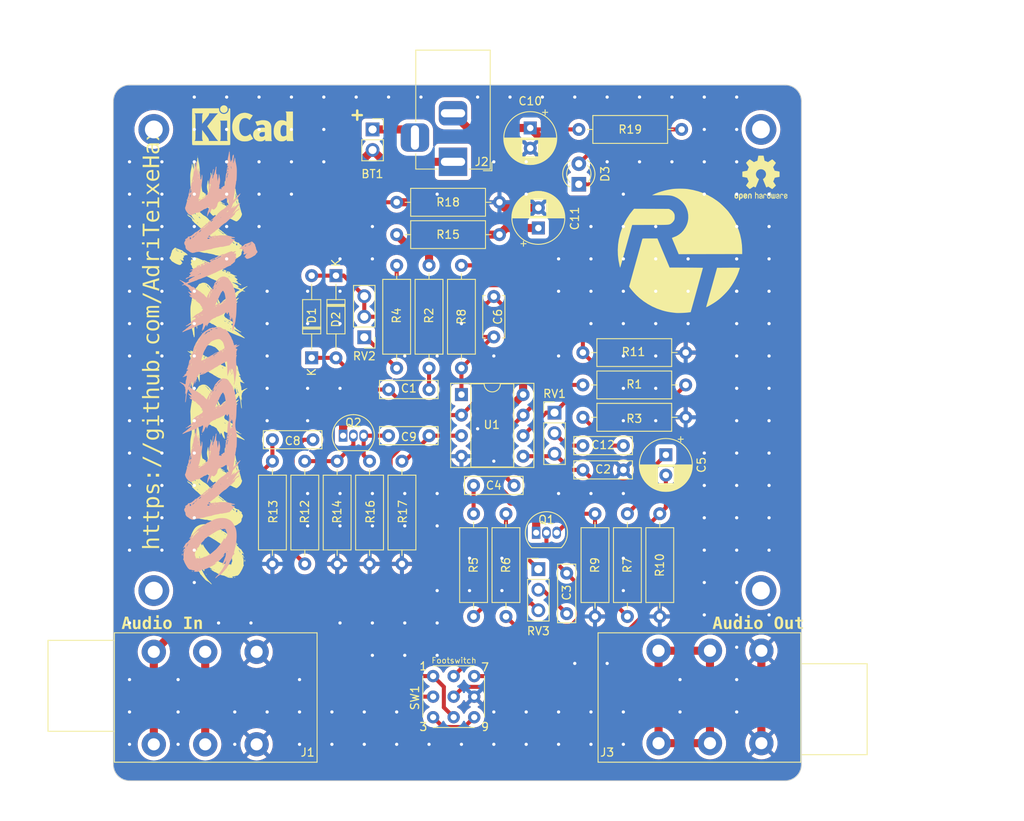
<source format=kicad_pcb>
(kicad_pcb (version 20221018) (generator pcbnew)
  (layers (0 "F.Cu" signal) (31 "B.Cu" signal) (34 "B.Paste" user) (35 "F.Paste" user) (36 "B.SilkS" user "B.Silkscreen") (37 "F.SilkS" user "F.Silkscreen") (38 "B.Mask" user) (39 "F.Mask" user) (44 "Edge.Cuts" user))
  (net 0 "")
  (net 1 "+9V")
  (net 2 "Net-(BT1--)")
  (net 3 "Net-(D1-K)")
  (net 4 "Net-(C1-Pad2)")
  (net 5 "Net-(U1B-+)")
  (net 6 "GND")
  (net 7 "Net-(C3-Pad1)")
  (net 8 "Net-(Q1-B)")
  (net 9 "Net-(C4-Pad1)")
  (net 10 "Net-(C4-Pad2)")
  (net 11 "Net-(C5-Pad1)")
  (net 12 "Net-(C5-Pad2)")
  (net 13 "Net-(D1-A)")
  (net 14 "Net-(C8-Pad1)")
  (net 15 "Net-(C8-Pad2)")
  (net 16 "Net-(Q2-E)")
  (net 17 "Net-(U1A-+)")
  (net 18 "Net-(C12-Pad1)")
  (net 19 "Net-(C12-Pad2)")
  (net 20 "Net-(D3-K)")
  (net 21 "Net-(D3-A)")
  (net 22 "Net-(J3-PadR)")
  (net 23 "Net-(Q1-E)")
  (net 24 "Net-(Q2-B)")
  (net 25 "Net-(U1B--)")
  (net 26 "Net-(R4-Pad2)")
  (net 27 "Net-(R5-Pad2)")
  (net 28 "Net-(SW1-Pad3)")
  (net 29 "+4V")
  (net 30 "Net-(BT1-+)")
  (net 31 "Net-(J1-PadR)")
  (footprint "Symbol:OSHW-Logo2_7.3x6mm_SilkScreen" (layer "F.Cu") (at 169 79)
    (fp_text reference "REF**" hide)
    (fp_text value "OSHW-Logo2_7.3x6mm_SilkScreen" hide)
  )
  (footprint "Capacitor_THT:C_Rect_L7.0mm_W2.0mm_P5.00mm" (layer "F.Cu") (at 123 105.15)
    (fp_text reference "C1")
    (fp_text value "47n film")
  )
  (footprint "MountingHole:MountingHole_2.2mm_M2_DIN965_Pad" (layer "F.Cu") (at 94 130)
    (fp_text reference "J6" hide)
    (fp_text value "M2")
  )
  (footprint "Symbol:KiCad-Logo_5mm_SilkScreen" (layer "F.Cu") (at 105 73)
    (fp_text reference "REF**" hide)
    (fp_text value "KiCad-Logo_5mm_SilkScreen" hide)
  )
  (footprint "Resistor_THT:R_Axial_DIN0309_L9.0mm_D3.2mm_P12.70mm_Horizontal" (layer "F.Cu") (at 159.2 73 180)
    (fp_text reference "R19")
    (fp_text value "4k7")
  )
  (footprint "Capacitor_THT:C_Rect_L7.0mm_W2.0mm_P5.00mm" (layer "F.Cu") (at 145 132.85 90)
    (fp_text reference "C3")
    (fp_text value "100n film")
  )
  (footprint "Capacitor_THT:C_Rect_L7.0mm_W2.0mm_P5.00mm" (layer "F.Cu") (at 123 110.85)
    (fp_text reference "C9")
    (fp_text value "1u film")
  )
  (footprint "Connector_BarrelJack:BarrelJack_Horizontal" (layer "F.Cu") (at 130.9575 77 -90)
    (fp_text reference "J2")
    (fp_text value "Barrel_Jack_Switch")
  )
  (footprint "Connector_PinHeader_2.54mm:PinHeader_1x03_P2.54mm_Vertical" (layer "F.Cu") (at 143.5 108)
    (fp_text reference "RV1")
    (fp_text value "B25k")
  )
  (footprint "Capacitor_THT:C_Rect_L7.0mm_W2.0mm_P5.00mm" (layer "F.Cu") (at 108.65 111.35)
    (fp_text reference "C8")
    (fp_text value "220n film")
  )
  (footprint "Capacitor_THT:CP_Radial_D6.3mm_P2.50mm" (layer "F.Cu") (at 141.5 85.182379 90)
    (fp_text reference "C11")
    (fp_text value "47u")
  )
  (footprint "Connector_PinHeader_2.54mm:PinHeader_1x03_P2.54mm_Vertical" (layer "F.Cu") (at 141.5 127.35)
    (fp_text reference "RV3")
    (fp_text value "B100k")
  )
  (footprint "LOGO" (layer "F.Cu") (at 159 88)
    (fp_text reference "G***" hide)
    (fp_text value "LOGO" hide)
  )
  (footprint "Switches:Footswitch" (layer "F.Cu") (at 128.5 140.57)
    (fp_text reference "SW1")
    (fp_text value "Footswitch")
  )
  (footprint "Resistor_THT:R_Axial_DIN0309_L9.0mm_D3.2mm_P12.70mm_Horizontal" (layer "F.Cu") (at 132 102.5 90)
    (fp_text reference "R8")
    (fp_text value "1k")
  )
  (footprint "Capacitor_THT:C_Rect_L7.0mm_W2.0mm_P5.00mm" (layer "F.Cu") (at 147 115.08)
    (fp_text reference "C2")
    (fp_text value "220n film")
  )
  (footprint "LOGO" (layer "F.Cu") (at 104 103 90)
    (fp_text reference "G***" hide)
    (fp_text value "LOGO" hide)
  )
  (footprint "Package_TO_SOT_THT:TO-92_Inline" (layer "F.Cu") (at 117.38 110.85)
    (fp_text reference "Q2")
    (fp_text value "2N2222")
  )
  (footprint "LED_THT:LED_D3.0mm" (layer "F.Cu") (at 146.5 79.775 90)
    (fp_text reference "D3")
    (fp_text value "RED")
  )
  (footprint "Resistor_THT:R_Axial_DIN0309_L9.0mm_D3.2mm_P12.70mm_Horizontal" (layer "F.Cu") (at 152.5 133.2 90)
    (fp_text reference "R7")
    (fp_text value "100R")
  )
  (footprint "Resistor_THT:R_Axial_DIN0309_L9.0mm_D3.2mm_P12.70mm_Horizontal" (layer "F.Cu") (at 147 100.58)
    (fp_text reference "R11")
    (fp_text value "10k")
  )
  (footprint "Resistor_THT:R_Axial_DIN0309_L9.0mm_D3.2mm_P12.70mm_Horizontal" (layer "F.Cu") (at 137.5 133.2 90)
    (fp_text reference "R6")
    (fp_text value "510k")
  )
  (footprint "Capacitor_THT:CP_Radial_D6.3mm_P2.50mm" (layer "F.Cu") (at 157.25 113.217621 -90)
    (fp_text reference "C5")
    (fp_text value "10u")
  )
  (footprint "Connector_Audio:Jack_6.35mm_Neutrik_NRJ6HM-1-AU_Horizontal" (layer "F.Cu") (at 106.7 149 180)
    (fp_text reference "J1")
    (fp_text value "Stereo In")
  )
  (footprint "Capacitor_THT:C_Disc_D5.0mm_W2.5mm_P5.00mm" (layer "F.Cu") (at 136 93.65 -90)
    (fp_text reference "C6")
    (fp_text value "47p ceramic")
  )
  (footprint "MountingHole:MountingHole_2.2mm_M2_DIN965_Pad" (layer "F.Cu") (at 94 73)
    (fp_text reference "J4" hide)
    (fp_text value "M2")
  )
  (footprint "Resistor_THT:R_Axial_DIN0309_L9.0mm_D3.2mm_P12.70mm_Horizontal" (layer "F.Cu") (at 159.7 104.58 180)
    (fp_text reference "R1")
    (fp_text value "1k")
  )
  (footprint "Resistor_THT:R_Axial_DIN0309_L9.0mm_D3.2mm_P12.70mm_Horizontal" (layer "F.Cu") (at 116.65 114 -90)
    (fp_text reference "R14")
    (fp_text value "510k")
  )
  (footprint "Capacitor_THT:C_Rect_L7.0mm_W2.0mm_P5.00mm" (layer "F.Cu") (at 138.5 117 180)
    (fp_text reference "C4")
    (fp_text value "1u film")
  )
  (footprint "Diode_THT:D_DO-35_SOD27_P10.16mm_Horizontal" (layer "F.Cu") (at 116.5 91.07 -90)
    (fp_text reference "D2")
    (fp_text value "1N4148")
  )
  (footprint "Connector_PinSocket_2.54mm:PinSocket_1x02_P2.54mm_Vertical" (layer "F.Cu") (at 121.025 73)
    (fp_text reference "BT1")
    (fp_text value "9V")
  )
  (footprint "Resistor_THT:R_Axial_DIN0309_L9.0mm_D3.2mm_P12.70mm_Horizontal" (layer "F.Cu") (at 133.5 120.5 -90)
    (fp_text reference "R5")
    (fp_text value "1k")
  )
  (footprint "Resistor_THT:R_Axial_DIN0309_L9.0mm_D3.2mm_P12.70mm_Horizontal" (layer "F.Cu") (at 112.65 126.7 90)
    (fp_text reference "R12")
    (fp_text value "1k")
  )
  (footprint "Resistor_THT:R_Axial_DIN0309_L9.0mm_D3.2mm_P12.70mm_Horizontal" (layer "F.Cu") (at 156.5 120.5 -90)
    (fp_text reference "R10")
    (fp_text value "10k")
  )
  (footprint "Package_TO_SOT_THT:TO-92_Inline" (layer "F.Cu") (at 141.23 122.85)
    (fp_text reference "Q1")
    (fp_text value "2N2222")
  )
  (footprint "Resistor_THT:R_Axial_DIN0309_L9.0mm_D3.2mm_P12.70mm_Horizontal" (layer "F.Cu") (at 124.65 114 -90)
    (fp_text reference "R17")
    (fp_text value "10k")
  )
  (footprint "Resistor_THT:R_Axial_DIN0309_L9.0mm_D3.2mm_P12.70mm_Horizontal" (layer "F.Cu") (at 124 86)
    (fp_text reference "R15")
    (fp_text value "10k")
  )
  (footprint "Resistor_THT:R_Axial_DIN0309_L9.0mm_D3.2mm_P12.70mm_Horizontal" (layer "F.Cu") (at 108.65 114 -90)
    (fp_text reference "R13")
    (fp_text value "510k")
  )
  (footprint "Capacitor_THT:C_Rect_L7.0mm_W2.0mm_P5.00mm" (layer "F.Cu") (at 147 112.08)
    (fp_text reference "C12")
    (fp_text value "220n film")
  )
  (footprint "Resistor_THT:R_Axial_DIN0309_L9.0mm_D3.2mm_P12.70mm_Horizontal" (layer "F.Cu") (at 147 108.58)
    (fp_text reference "R3")
    (fp_text value "220R")
  )
  (footprint "Resistor_THT:R_Axial_DIN0309_L9.0mm_D3.2mm_P12.70mm_Horizontal" (layer "F.Cu") (at 124 82)
    (fp_text reference "R18")
    (fp_text value "10k")
  )
  (footprint "Resistor_THT:R_Axial_DIN0309_L9.0mm_D3.2mm_P12.70mm_Horizontal" (layer "F.Cu") (at 148.5 120.5 -90)
    (fp_text reference "R9")
    (fp_text value "10k")
  )
  (footprint "Resistor_THT:R_Axial_DIN0309_L9.0mm_D3.2mm_P12.70mm_Horizontal" (layer "F.Cu") (at 128 102.5 90)
    (fp_text reference "R2")
    (fp_text value "4k7")
  )
  (footprint "Capacitor_THT:CP_Radial_D6.3mm_P2.50mm" (layer "F.Cu") (at 140.5 72.817621 -90)
    (fp_text reference "C10")
    (fp_text value "100u")
  )
  (footprint "Resistor_THT:R_Axial_DIN0309_L9.0mm_D3.2mm_P12.70mm_Horizontal" (layer "F.Cu") (at 124 89.8 -90)
    (fp_text reference "R4")
    (fp_text value "51k")
  )
  (footprint "Diode_THT:D_DO-35_SOD27_P10.16mm_Horizontal" (layer "F.Cu") (at 113.5 101.23 90)
    (fp_text reference "D1")
    (fp_text value "1N4148")
  )
  (footprint "Connector_PinHeader_2.54mm:PinHeader_1x03_P2.54mm_Vertical" (layer "F.Cu") (at 120 98.69 180)
    (fp_text reference "RV2")
    (fp_text value "A500k")
  )
  (footprint "MountingHole:MountingHole_2.2mm_M2_DIN965_Pad" (layer "F.Cu") (at 169 73)
    (fp_text reference "J5" hide)
    (fp_text value "M2")
  )
  (footprint "Package_DIP:DIP-8_W7.62mm_Socket" (layer "F.Cu") (at 132 105.77)
    (fp_text reference "U1")
    (fp_text value "RC4558")
  )
  (footprint "MountingHole:MountingHole_2.2mm_M2_DIN965_Pad" (layer "F.Cu") (at 169 130)
    (fp_text reference "J7" hide)
    (fp_text value "M2")
  )
  (footprint "Resistor_THT:R_Axial_DIN0309_L9.0mm_D3.2mm_P12.70mm_Horizontal" (layer "F.Cu") (at 120.65 114 -90)
    (fp_text reference "R16")
    (fp_text value "10k")
  )
  (footprint "Connector_Audio:Jack_6.35mm_Neutrik_NRJ6HM-1-AU_Horizontal" (layer "F.Cu") (at 156.35 137.43)
    (fp_text reference "J3")
    (fp_text value "Mono Out")
  )
  (footprint "LOGO" (layer "B.Cu") (at 98.751878 102.243121 90)
    (fp_text reference "G***" hide)
    (fp_text value "LOGO" hide)
  )
  (gr_arc (start 91 153.5) (mid 89.585786 152.914214) (end 89 151.5) (stroke (width 0.1)) (layer "Edge.Cuts"))
  (gr_arc (start 172 67.5) (mid 173.414214 68.085786) (end 174 69.5) (stroke (width 0.1)) (layer "Edge.Cuts"))
  (gr_line (start 89 151.5) (end 89 69.5) (stroke (width 0.1)) (layer "Edge.Cuts"))
  (gr_arc (start 174 151.5) (mid 173.414214 152.914214) (end 172 153.5) (stroke (width 0.1)) (layer "Edge.Cuts"))
  (gr_arc (start 89 69.5) (mid 89.585786 68.085786) (end 91 67.5) (stroke (width 0.1)) (layer "Edge.Cuts"))
  (gr_line (start 91 67.5) (end 172 67.5) (stroke (width 0.1)) (layer "Edge.Cuts"))
  (gr_line (start 174 69.5) (end 174 151.5) (stroke (width 0.1)) (layer "Edge.Cuts"))
  (gr_line (start 172 153.5) (end 91 153.5) (stroke (width 0.1)) (layer "Edge.Cuts"))
  (gr_text "Audio Out" (at 163 135) (layer "F.SilkS") (effects (font (size 1.5 1.5) (thickness 0.3) bold) (justify left bottom)))
  (gr_text "+" (at 118 72) (layer "F.SilkS") (effects (font (size 1.5 1.5) (thickness 0.3) bold) (justify left bottom)))
  (gr_text "https://github.com/AdriTeixeHax" (at 95 125 90) (layer "F.SilkS") (effects (font (size 2 2)) (justify left bottom)))
  (gr_text "Audio In" (at 90 135) (layer "F.SilkS") (effects (font (size 1.5 1.5) (thickness 0.3) bold) (justify left bottom)))
  (segment (start 137.5 92) (end 139.62 94.12) (width 1) (layer "F.Cu") (net 1))
  (segment (start 143.5 75.817621) (end 140.5 72.817621) (width 1) (layer "F.Cu") (net 1))
  (segment (start 126 90.5) (end 126 88) (width 1) (layer "F.Cu") (net 1))
  (segment (start 130 92) (end 130 89) (width 1) (layer "F.Cu") (net 1))
  (segment (start 132 116) (end 133.560661 114.43934) (width 1) (layer "F.Cu") (net 1))
  (segment (start 123 115) (end 123 113.5) (width 1) (layer "F.Cu") (net 1))
  (segment (start 135.5 112.5) (end 135.5 108) (width 1) (layer "F.Cu") (net 1))
  (segment (start 141.23 120.23) (end 141.23 122.85) (width 1) (layer "F.Cu") (net 1))
  (segment (start 135.5 108) (end 136.69 106.81) (width 1) (layer "F.Cu") (net 1))
  (segment (start 131 92) (end 127.5 92) (width 1) (layer "F.Cu") (net 1))
  (segment (start 140.682379 73) (end 140.5 72.817621) (width 0.5) (layer "F.Cu") (net 1))
  (segment (start 146.5 73) (end 140.682379 73) (width 0.5) (layer "F.Cu") (net 1))
  (segment (start 130 89) (end 131 88) (width 1) (layer "F.Cu") (net 1))
  (segment (start 133.560661 114.43934) (end 138.121321 119) (width 1) (layer "F.Cu") (net 1))
  (segment (start 126 88) (end 124 86) (width 1) (layer "F.Cu") (net 1))
  (segment (start 117.38 109.62) (end 117.38 110.85) (width 1) (layer "F.Cu") (net 1))
  (segment (start 138.121321 119) (end 140 119) (width 1) (layer "F.Cu") (net 1))
  (segment (start 124 108.5) (end 118.5 108.5) (width 1) (layer "F.Cu") (net 1))
  (segment (start 138.58 106.81) (end 139.62 105.77) (width 1) (layer "F.Cu") (net 1))
  (segment (start 125 111.5) (end 125 109.5) (width 1) (layer "F.Cu") (net 1))
  (segment (start 139.62 94.12) (end 139.62 105.77) (width 1) (layer "F.Cu") (net 1))
  (segment (start 131 92) (end 137.5 92) (width 1) (layer "F.Cu") (net 1))
  (segment (start 133.756563 72.817621) (end 132.775121 72.817621) (width 1) (layer "F.Cu") (net 1))
  (segment (start 133.756563 72.817621) (end 140.5 72.817621) (width 1) (layer "F.Cu") (net 1))
  (segment (start 125 109.5) (end 124 108.5) (width 1) (layer "F.Cu") (net 1))
  (segment (start 140 119) (end 141.23 120.23) (width 1) (layer "F.Cu") (net 1))
  (segment (start 132 116) (end 124 116) (width 1) (layer "F.Cu") (net 1))
  (segment (start 124 116) (end 123 115) (width 1) (layer "F.Cu") (net 1))
  (segment (start 133 115) (end 135.5 112.5) (width 1) (layer "F.Cu") (net 1))
  (segment (start 132.775121 72.817621) (end 130.9575 71) (width 1) (layer "F.Cu") (net 1))
  (segment (start 143.5 87) (end 143.5 75.817621) (width 1) (layer "F.Cu") (net 1))
  (segment (start 131 92) (end 130 92) (width 1) (layer "F.Cu") (net 1))
  (segment (start 131 88) (end 142.5 88) (width 1) (layer "F.Cu") (net 1))
  (segment (start 118.5 108.5) (end 117.38 109.62) (width 1) (layer "F.Cu") (net 1))
  (segment (start 133 115) (end 132 116) (width 1) (layer "F.Cu") (net 1))
  (segment (start 123 113.5) (end 125 111.5) (width 1) (layer "F.Cu") (net 1))
  (segment (start 136.69 106.81) (end 138.58 106.81) (width 1) (layer "F.Cu") (net 1))
  (segment (start 127.5 92) (end 126 90.5) (width 1) (layer "F.Cu") (net 1))
  (segment (start 142.5 88) (end 143.5 87) (width 1) (layer "F.Cu") (net 1))
  (segment (start 94 149) (end 94 137.57) (width 1) (layer "F.Cu") (net 2))
  (segment (start 104 92.565) (end 121.025 75.54) (width 1) (layer "F.Cu") (net 2))
  (segment (start 94 137.57) (end 104 127.57) (width 1) (layer "F.Cu") (net 2))
  (segment (start 104 127.57) (end 104 92.565) (width 1) (layer "F.Cu") (net 2))
  (segment (start 122.485 77) (end 121.025 75.54) (width 1) (layer "F.Cu") (net 2))
  (segment (start 130.9575 77) (end 122.485 77) (width 1) (layer "F.Cu") (net 2))
  (segment (start 135.15 94.5) (end 126 94.5) (width 0.5) (layer "F.Cu") (net 3))
  (segment (start 136 93.65) (end 135.15 94.5) (width 0.5) (layer "F.Cu") (net 3))
  (segment (start 137.5 95.15) (end 137.5 102.81) (width 0.5) (layer "F.Cu") (net 3))
  (segment (start 120.42 105.15) (end 116.5 101.23) (width 0.5) (layer "F.Cu") (net 3))
  (segment (start 132 108.31) (end 126.16 108.31) (width 0.5) (layer "F.Cu") (net 3))
  (segment (start 126 94.5) (end 124 92.5) (width 0.5) (layer "F.Cu") (net 3))
  (segment (start 116.5 101.23) (end 113.5 101.23) (width 0.5) (layer "F.Cu") (net 3))
  (segment (start 137.5 102.81) (end 132 108.31) (width 0.5) (layer "F.Cu") (net 3))
  (segment (start 124 92.5) (end 124 89.8) (width 0.5) (layer "F.Cu") (net 3))
  (segment (start 123 105.15) (end 120.42 105.15) (width 0.5) (layer "F.Cu") (net 3))
  (segment (start 126.16 108.31) (end 123 105.15) (width 0.5) (layer "F.Cu") (net 3))
  (segment (start 136 93.65) (end 137.5 95.15) (width 0.5) (layer "F.Cu") (net 3))
  (segment (start 128 102.5) (end 128 105.15) (width 0.5) (layer "F.Cu") (net 4))
  (segment (start 139.62 113.39) (end 143.19 113.39) (width 0.5) (layer "F.Cu") (net 5))
  (segment (start 161.5 104) (end 160 102.5) (width 0.5) (layer "F.Cu") (net 5))
  (segment (start 147 115.08) (end 145.5 115.08) (width 0.5) (layer "F.Cu") (net 5))
  (segment (start 143.19 113.39) (end 143.5 113.08) (width 0.5) (layer "F.Cu") (net 5))
  (segment (start 148.42 116.5) (end 154 116.5) (width 0.5) (layer "F.Cu") (net 5))
  (segment (start 160 102.5) (end 148.92 102.5) (width 0.5) (layer "F.Cu") (net 5))
  (segment (start 154.75 115.75) (end 154.75 112.4) (width 0.5) (layer "F.Cu") (net 5))
  (segment (start 147 115.08) (end 148.42 116.5) (width 0.5) (layer "F.Cu") (net 5))
  (segment (start 161.5 109.15) (end 161.5 104) (width 0.5) (layer "F.Cu") (net 5))
  (segment (start 145.5 115.08) (end 143.5 113.08) (width 0.5) (layer "F.Cu") (net 5))
  (segment (start 147 98.5) (end 138.3 89.8) (width 0.5) (layer "F.Cu") (net 5))
  (segment (start 155.75 111.4) (end 159.25 111.4) (width 0.5) (layer "F.Cu") (net 5))
  (segment (start 138.3 89.8) (end 132 89.8) (width 0.5) (layer "F.Cu") (net 5))
  (segment (start 159.25 111.4) (end 161.5 109.15) (width 0.5) (layer "F.Cu") (net 5))
  (segment (start 154.75 112.4) (end 155.75 111.4) (width 0.5) (layer "F.Cu") (net 5))
  (segment (start 147 100.58) (end 147 98.5) (width 0.5) (layer "F.Cu") (net 5))
  (segment (start 154 116.5) (end 154.75 115.75) (width 0.5) (layer "F.Cu") (net 5))
  (segment (start 148.92 102.5) (end 147 100.58) (width 0.5) (layer "F.Cu") (net 5))
  (segment (start 169.05 137.43) (end 169.05 148.86) (width 1) (layer "F.Cu") (net 6))
  (segment (start 137.382379 82.682379) (end 136.7 82) (width 1) (layer "F.Cu") (net 6))
  (segment (start 141.5 82.682379) (end 137.382379 82.682379) (width 1) (layer "F.Cu") (net 6))
  (via (at 103 89) (size 0.8) (drill 0.4) (layers "F.Cu" "B.Cu") (net 6))
  (via (at 166 121) (size 0.8) (drill 0.4) (layers "F.Cu" "B.Cu") (net 6))
  (via (at 99 89) (size 0.8) (drill 0.4) (layers "F.Cu" "B.Cu") (net 6))
  (via (at 97 141) (size 0.8) (drill 0.4) (layers "F.Cu" "B.Cu") (net 6))
  (via (at 103 73) (size 0.8) (drill 0.4) (layers "F.Cu" "B.Cu") (net 6))
  (via (at 136 114) (size 0.8) (drill 0.4) (layers "F.Cu" "B.Cu") (net 6))
  (via (at 111 69) (size 0.8) (drill 0.4) (layers "F.Cu" "B.Cu") (net 6))
  (via (at 152 105) (size 0.8) (drill 0.4) (layers "F.Cu" "B.Cu") (net 6))
  (via (at 95 121) (size 0.8) (drill 0.4) (layers "F.Cu" "B.Cu") (net 6))
  (via (at 170 85) (size 0.8) (drill 0.4) (layers "F.Cu" "B.Cu") (net 6))
  (via (at 99 129) (size 0.8) (drill 0.4) (layers "F.Cu" "B.Cu") (net 6))
  (via (at 170 133) (size 0.8) (drill 0.4) (layers "F.Cu" "B.Cu") (net 6))
  (via (at 148 89) (size 0.8) (drill 0.4) (layers "F.Cu" "B.Cu") (net 6))
  (via (at 117 93) (size 0.8) (drill 0.4) (layers "F.Cu" "B.Cu") (net 6))
  (via (at 91 89) (size 0.8) (drill 0.4) (layers "F.Cu" "B.Cu") (net 6))
  (via (at 137 126) (size 0.8) (drill 0.4) (layers "F.Cu" "B.Cu") (net 6))
  (via (at 107 77) (size 0.8) (drill 0.4) (layers "F.Cu" "B.Cu") (net 6))
  (via (at 111 73) (size 0.8) (drill 0.4) (layers "F.Cu" "B.Cu") (net 6))
  (via (at 113 109) (size 0.8) (drill 0.4) (layers "F.Cu" "B.Cu") (net 6))
  (via (at 170 81) (size 0.8) (drill 0.4) (layers "F.Cu" "B.Cu") (net 6))
  (via (at 99 93) (size 0.8) (drill 0.4) (layers "F.Cu" "B.Cu") (net 6))
  (via (at 121 89) (size 0.8) (drill 0.4) (layers "F.Cu" "B.Cu") (net 6))
  (via (at 156 105) (size 0.8) (drill 0.4) (layers "F.Cu" "B.Cu") (net 6))
  (via (at 166 141) (size 0.8) (drill 0.4) (layers "F.Cu" "B.Cu") (net 6))
  (via (at 91 97) (size 0.8) (drill 0.4) (layers "F.Cu" "B.Cu") (net 6))
  (via (at 129 118) (size 0.8) (drill 0.4) (layers "F.Cu" "B.Cu") (net 6))
  (via (at 156 93) (size 0.8) (drill 0.4) (layers "F.Cu" "B.Cu") (net 6))
  (via (at 103 81) (size 0.8) (drill 0.4) (layers "F.Cu" "B.Cu") (net 6))
  (via (at 146 69) (size 0.8) (drill 0.4) (layers "F.Cu" "B.Cu") (net 6))
  (via (at 166 101) (size 0.8) (drill 0.4) (layers "F.Cu" "B.Cu") (net 6))
  (via (at 162 77) (size 0.8) (drill 0.4) (layers "F.Cu" "B.Cu") (net 6))
  (via (at 158 77) (size 0.8) (drill 0.4) (layers "F.Cu" "B.Cu") (net 6))
  (via (at 132 149) (size 0.8) (drill 0.4) (layers "F.Cu" "B.Cu") (net 6))
  (via (at 95 93) (size 0.8) (drill 0.4) (layers "F.Cu" "B.Cu") (net 6))
  (via (at 97 145) (size 0.8) (drill 0.4) (layers "F.Cu" "B.Cu") (net 6))
  (via (at 136 145) (size 0.8) (drill 0.4) (layers "F.Cu" "B.Cu") (net 6))
  (via (at 166 133) (size 0.8) (drill 0.4) (layers "F.Cu" "B.Cu") (net 6))
  (via (at 140 77) (size 0.8) (drill 0.4) (layers "F.Cu" "B.Cu") (net 6))
  (via (at 152 109) (size 0.8) (drill 0.4) (layers "F.Cu" "B.Cu") (net 6))
  (via (at 112 145) (size 0.8) (drill 0.4) (layers "F.Cu" "B.Cu") (net 6))
  (via (at 166 73) (size 0.8) (drill 0.4) (layers "F.Cu" "B.Cu") (net 6))
  (via (at 152 101) (size 0.8) (drill 0.4) (layers "F.Cu" "B.Cu") (net 6))
  (via (at 111 77) (size 0.8) (drill 0.4) (layers "F.Cu" "B.Cu") (net 6))
  (via (at 160 97) (size 0.8) (drill 0.4) (layers "F.Cu" "B.Cu") (net 6))
  (via (at 152 85) (size 0.8) (drill 0.4) (layers "F.Cu" "B.Cu") (net 6))
  (via (at 99 109) (size 0.8) (drill 0.4) (layers "F.Cu" "B.Cu") (net 6))
  (via (at 121 134) (size 0.8) (drill 0.4) (layers "F.Cu" "B.Cu") (net 6))
  (via (at 162 125) (size 0.8) (drill 0.4) (layers "F.Cu" "B.Cu") (net 6))
  (via (at 95 97) (size 0.8) (drill 0.4) (layers "F.Cu" "B.Cu") (net 6))
  (via (at 115 77) (size 0.8) (drill 0.4) (layers "F.Cu" "B.Cu") (net 6))
  (via (at 152 126) (size 0.8) (drill 0.4) (layers "F.Cu" "B.Cu") (net 6))
  (via (at 150 139) (size 0.8) (drill 0.4) (layers "F.Cu" "B.Cu") (net 6))
  (via (at 91 117) (size 0.8) (drill 0.4) (layers "F.Cu" "B.Cu") (net 6))
  (via (at 107 81) (size 0.8) (drill 0.4) (layers "F.Cu" "B.Cu") (net 6))
  (via (at 170 117) (size 0.8) (drill 0.4) (layers "F.Cu" "B.Cu") (net 6))
  (via (at 104 149) (size 0.8) (drill 0.4) (layers "F.Cu" "B.Cu") (net 6))
  (via (at 91 125) (size 0.8) (drill 0.4) (layers "F.Cu" "B.Cu") (net 6))
  (via (at 133 130) (size 0.8) (drill 0.4) (layers "F.Cu" "B.Cu") (net 6))
  (via (at 91 121) (size 0.8) (drill 0.4) (layers "F.Cu" "B.Cu") (net 6))
  (via (at 113 93) (size 0.8) (drill 0.4) (layers "F.Cu" "B.Cu") (net 6))
  (via (at 125 118) (size 0.8) (drill 0.4) (layers "F.Cu" "B.Cu") (net 6))
  (via (at 129 122) (size 0.8) (drill 0.4) (layers "F.Cu" "B.Cu") (net 6))
  (via (at 102 134) (size 0.8) (drill 0.4) (layers "F.Cu" "B.Cu") (net 6))
  (via (at 127 69) (size 0.8) (drill 0.4) (layers "F.Cu" "B.Cu") (net 6))
  (via (at 121 138) (size 0.8) (drill 0.4) (layers "F.Cu" "B.Cu") (net 6))
  (via (at 162 121) (size 0.8) (drill 0.4) (layers "F.Cu" "B.Cu") (net 6))
  (via (at 95 113) (size 0.8) (drill 0.4) (layers "F.Cu" "B.Cu") (net 6))
  (via (at 152 93) (size 0.8) (drill 0.4) (layers "F.Cu" "B.Cu") (net 6))
  (via (at 150 69) (size 0.8) (drill 0.4) (layers "F.Cu" "B.Cu") (net 6))
  (via (at 95 125) (size 0.8) (drill 0.4) (layers "F.Cu" "B.Cu") (net 6))
  (via (at 115 69) (size 0.8) (drill 0.4) (layers "F.Cu" "B.Cu") (net 6))
  (via (at 166 105) (size 0.8) (drill 0.4) (layers "F.Cu" "B.Cu") (net 6))
  (via (at 97 149) (size 0.8) (drill 0.4) (layers "F.Cu" "B.Cu") (net 6))
  (via (at 99 113) (size 0.8) (drill 0.4) (layers "F.Cu" "B.Cu") (net 6))
  (via (at 111 81) (size 0.8) (drill 0.4) (layers "F.Cu" "B.Cu") (net 6))
  (via (at 91 145) (size 0.8) (drill 0.4) (layers "F.Cu" "B.Cu") (net 6))
  (via (at 117 134) (size 0.8) (drill 0.4) (layers "F.Cu" "B.Cu") (net 6))
  (via (at 91 77) (size 0.8) (drill 0.4) (layers "F.Cu" "B.Cu") (net 6))
  (via (at 95 81) (size 0.8) (drill 0.4) (layers "F.Cu" "B.Cu") (net 6))
  (via (at 108 97) (size 0.8) (drill 0.4) (layers "F.Cu" "B.Cu") (net 6))
  (via (at 160 93) (size 0.8) (drill 0.4) (layers "F.Cu" "B.Cu") (net 6))
  (via (at 95 105) (size 0.8) (drill 0.4) (layers "F.Cu" "B.Cu") (net 6))
  (via (at 159 145) (size 0.8) (drill 0.4) (layers "F.Cu" "B.Cu") (net 6))
  (via (at 104 145) (size 0.8) (drill 0.4) (layers "F.Cu" "B.Cu") (net 6))
  (via (at 120 145) (size 0.8) (drill 0.4) (layers "F.Cu" "B.Cu") (net 6))
  (via (at 99 117) (size 0.8) (drill 0.4) (layers "F.Cu" "B.Cu") (net 6))
  (via (at 152 130) (size 0.8) (drill 0.4) (layers "F.Cu" "B.Cu") (net 6))
  (via (at 125 101) (size 0.8) (drill 0.4) (layers "F.Cu" "B.Cu") (net 6))
  (via (at 166 89) (size 0.8) (drill 0.4) (layers "F.Cu" "B.Cu") (net 6))
  (via (at 129 130) (size 0.8) (drill 0.4) (layers "F.Cu" "B.Cu") (net 6))
  (via (at 154 69) (size 0.8) (drill 0.4) (layers "F.Cu" "B.Cu") (net 6))
  (via (at 99 81) (size 0.8) (drill 0.4) (layers "F.Cu" "B.Cu") (net 6))
  (via (at 148 97) (size 0.8) (drill 0.4) (layers "F.Cu" "B.Cu") (net 6))
  (via (at 162 73) (size 0.8) (drill 0.4) (layers "F.Cu" "B.Cu") (net 6))
  (via (at 156 89) (size 0.8) (drill 0.4) (layers "F.Cu" "B.Cu") (net 6))
  (via (at 142 69) (size 0.8) (drill 0.4) (layers "F.Cu" "B.Cu") (net 6))
  (via (at 144 101) (size 0.8) (drill 0.4) (layers "F.Cu" "B.Cu") (net 6))
  (via (at 170 97) (size 0.8) (drill 0.4) (layers "F.Cu" "B.Cu") (net 6))
  (via (at 170 101) (size 0.8) (drill 0.4) (layers "F.Cu" "B.Cu") (net 6))
  (via (at 158 69) (size 0.8) (drill 0.4) (layers "F.Cu" "B.Cu") (net 6))
  (via (at 103 85) (size 0.8) (drill 0.4) (layers "F.Cu" "B.Cu") (net 6))
  (via (at 108 105) (size 0.8) (drill 0.4) (layers "F.Cu" "B.Cu") (net 6))
  (via (at 112 141) (size 0.8) (drill 0.4) (layers "F.Cu" "B.Cu") (net 6))
  (via (at 166 137) (size 0.8) (drill 0.4) (layers "F.Cu" "B.Cu") (net 6))
  (via (at 170 93) (size 0.8) (drill 0.4) (layers "F.Cu" "B.Cu") (net 6))
  (via (at 152 89) (size 0.8) (drill 0.4) (layers "F.Cu" "B.Cu") (net 6))
  (via (at 95 77) (size 0.8) (drill 0.4) (layers "F.Cu" "B.Cu") (net 6))
  (via (at 148 85) (size 0.8) (drill 0.4) (layers "F.Cu" "B.Cu") (net 6))
  (via (at 107 73) (size 0.8) (drill 0.4) (layers "F.Cu" "B.Cu") (net 6))
  (via (at 117 89) (size 0.8) (drill 0.4) (layers "F.Cu" "B.Cu") (net 6))
  (via (at 91 81) (size 0.8) (drill 0.4) (layers "F.Cu" "B.Cu") (net 6))
  (via (at 166 81) (size 0.8) (drill 0.4) (layers "F.Cu" "B.Cu") (net 6))
  (via (at 144 93) (size 0.8) (drill 0.4) (layers "F.Cu" "B.Cu") (net 6))
  (via (at 91 113) (size 0.8) (drill 0.4) (layers "F.Cu" "B.Cu") (net 6))
  (via (at 156 101) (size 0.8) (drill 0.4) (layers "F.Cu" "B.Cu") (net 6))
  (via (at 99 77) (size 0.8) (drill 0.4) (layers "F.Cu" "B.Cu") (net 6))
  (via (at 170 113) (size 0.8) (drill 0.4) (layers "F.Cu" "B.Cu") (net 6))
  (via (at 166 69) (size 0.8) (drill 0.4) (layers "F.Cu" "B.Cu") (net 6))
  (via (at 99 97) (size 0.8) (drill 0.4) (layers "F.Cu" "B.Cu") (net 6))
  (via (at 95 85) (size 0.8) (drill 0.4) (layers "F.Cu" "B.Cu") (net 6))
  (via (at 162 129) (size 0.8) (drill 0.4) (layers "F.Cu" "B.Cu") (net 6))
  (via (at 108 145) (size 0.8) (drill 0.4) (layers "F.Cu" "B.Cu") (net 6))
  (via (at 91 105) (size 0.8) (drill 0.4) (layers "F.Cu" "B.Cu") (net 6))
  (via (at 166 109) (size 0.8) (drill 0.4) (layers "F.Cu" "B.Cu") (net 6))
  (via (at 117 122) (size 0.8) (drill 0.4) (layers "F.Cu" "B.Cu") (net 6))
  (via (at 156 85) (size 0.8) (drill 0.4) (layers "F.Cu" "B.Cu") (net 6))
  (via (at 154 77) (size 0.8) (drill 0.4) (layers "F.Cu" "B.Cu") (net 6))
  (via (at 159 141) (size 0.8) (drill 0.4) (layers "F.Cu" "B.Cu") (net 6))
  (via (at 91 85) (size 0.8) (drill 0.4) (layers "F.Cu" "B.Cu") (net 6))
  (via (at 99 121) (size 0.8) (drill 0.4) (layers "F.Cu" "B.Cu") (net 6))
  (via (at 124 149) (size 0.8) (drill 0.4) (layers "F.Cu" "B.Cu") (net 6))
  (via (at 108 93) (size 0.8) (drill 0.4) (layers "F.Cu" "B.Cu") (net 6))
  (via (at 166 113) (size 0.8) (drill 0.4) (layers "F.Cu" "B.Cu") (net 6))
  (via (at 156 109) (size 0.8) (drill 0.4) (layers "F.Cu" "B.Cu") (net 6))
  (via (at 138 69) (size 0.8) (drill 0.4) (layers "F.Cu" "B.Cu") (net 6))
  (via (at 162 69) (size 0.8) (drill 0.4) (layers "F.Cu" "B.Cu") (net 6))
  (via (at 128 149) (size 0.8) (drill 0.4) (layers "F.Cu" "B.Cu") (net 6))
  (via (at 125 122) (size 0.8) (drill 0.4) (layers "F.Cu" "B.Cu") (net 6))
  (via (at 108 101) (size 0.8) (drill 0.4) (layers "F.Cu" "B.Cu") (net 6))
  (via (at 134 110) (size 0.8) (drill 0.4) (layers "F.Cu" "B.Cu") (net 6))
  (via (at 123 69) (size 0.8) (drill 0.4) (layers "F.Cu" "B.Cu") (net 6))
  (via (at 136 77) (size 0.8) (drill 0.4) (layers "F.Cu" "B.Cu") (net 6))
  (via (at 99 69) (size 0.8) (drill 0.4) (layers "F.Cu" "B.Cu") (net 6))
  (via (at 95 117) (size 0.8) (drill 0.4) (layers "F.Cu" "B.Cu") (net 6))
  (via (at 91 109) (size 0.8) (drill 0.4) (layers "F.Cu" "B.Cu") (net 6))
  (via (at 106 134) (size 0.8) (drill 0.4) (layers "F.Cu" "B.Cu") (net 6))
  (via (at 99 101) (size 0.8) (drill 0.4) (layers "F.Cu" "B.Cu") (net 6))
  (via (at 166 93) (size 0.8) (drill 0.4) (layers "F.Cu" "B.Cu") (net 6))
  (via (at 95 101) (size 0.8) (drill 0.4) (layers "F.Cu" "B.Cu") (net 6))
  (via (at 129 81) (size 0.8) (drill 0.4) (layers "F.Cu" "B.Cu") (net 6))
  (via (at 121 118) (size 0.8) (drill 0.4) (layers "F.Cu" "B.Cu") (net 6))
  (via (at 107 85) (size 0.8) (drill 0.4) (layers "F.Cu" "B.Cu") (net 6))
  (via (at 166 145) (size 0.8) (drill 0.4) (layers "F.Cu" "B.Cu") (net 6))
  (via (at 116 149) (size 0.8) (drill 0.4) (layers "F.Cu" "B.Cu") (net 6))
  (via (at 152 149) (size 0.8) (drill 0.4) (layers "F.Cu" "B.Cu") (net 6))
  (via (at 99 73) (size 0.8) (drill 0.4) (layers "F.Cu" "B.Cu") (net 6))
  (via (at 144 149) (size 0.8) (drill 0.4) (layers "F.Cu" "B.Cu") (net 6))
  (via (at 166 117) (size 0.8) (drill 0.4) (layers "F.Cu" "B.Cu") (net 6))
  (via (at 107 69) (size 0.8) (drill 0.4) (layers "F.Cu" "B.Cu") (net 6))
  (via (at 116 145) (size 0.8) (drill 0.4) (layers "F.Cu" "B.Cu") (net 6))
  (via (at 117 118) (size 0.8) (drill 0.4) (layers "F.Cu" "B.Cu") (net 6))
  (via (at 132 97) (size 0.8) (drill 0.4) (layers "F.Cu" "B.Cu") (net 6))
  (via (at 148 149) (size 0.8) (drill 0.4) (layers "F.Cu" "B.Cu") (net 6))
  (via (at 140 145) (size 0.8) (drill 0.4) (layers "F.Cu" "B.Cu") (net 6))
  (via (at 125 138) (size 0.8) (drill 0.4) (layers "F.Cu" "B.Cu") (net 6))
  (via (at 99 105) (size 0.8) (drill 0.4) (layers "F.Cu" "B.Cu") (net 6))
  (via (at 91 93) (size 0.8) (drill 0.4) (layers "F.Cu" "B.Cu") (net 6))
  (via (at 103 69) (size 0.8) (drill 0.4) (layers "F.Cu" "B.Cu") (net 6))
  (via (at 113 97) (size 0.8) (drill 0.4) (layers "F.Cu" "B.Cu") (net 6))
  (via (at 140 149) (size 0.8) (drill 0.4) (layers "F.Cu" "B.Cu") (net 6))
  (via (at 129 134) (size 0.8) (drill 0.4) (layers "F.Cu" "B.Cu") (net 6))
  (via (at 170 105) (size 0.8) (drill 0.4) (layers "F.Cu" "B.Cu") (net 6))
  (via (at 144 89) (size 0.8) (drill 0.4) (layers "F.Cu" "B.Cu") (net 6))
  (via (at 144 145) (size 0.8) (drill 0.4) (layers "F.Cu" "B.Cu") (net 6))
  (via (at 146 139) (size 0.8) (drill 0.4) (layers "F.Cu" "B.Cu") (net 6))
  (via (at 103 77) (size 0.8) (drill 0.4) (layers "F.Cu" "B.Cu") (net 6))
  (via (at 170 125) (size 0.8) (drill 0.4) (layers "F.Cu" "B.Cu") (net 6))
  (via (at 160 89) (size 0.8) (drill 0.4) (layers "F.Cu" "B.Cu") (net 6))
  (via (at 91 149) (size 0.8) (drill 0.4) (layers "F.Cu" "B.Cu") (net 6))
  (via (at 162 113) (size 0.8) (drill 0.4) (layers "F.Cu" "B.Cu") (net 6))
  (via (at 99 125) (size 0.8) (drill 0.4) (layers "F.Cu" "B.Cu") (net 6))
  (via (at 112 149) (size 0.8) (drill 0.4) (layers "F.Cu" "B.Cu") (net 6))
  (via (at 144 118) (size 0.8) (drill 0.4) (layers "F.Cu" "B.Cu") (net 6))
  (via (at 91 134) (size 0.8) (drill 0.4) (layers "F.Cu" "B.Cu") (net 6))
  (via (at 150 77) (size 0.8) (drill 0.4) (layers "F.Cu" "B.Cu") (net 6))
  (via (at 152 97) (size 0.8) (drill 0.4) (layers "F.Cu" "B.Cu") (net 6))
  (via (at 129 138) (size 0.8) (drill 0.4) (layers "F.Cu" "B.Cu") (net 6))
  (via (at 125 134) (size 0.8) (drill 0.4) (layers "F.Cu" "B.Cu") (net 6))
  (via (at 117 97) (size 0.8) (drill 0.4) (layers "F.Cu" "B.Cu") (net 6))
  (via (at 162 133) (size 0.8) (drill 0.4) (layers "F.Cu" "B.Cu") (net 6))
  (via (at 121 122) (size 0.8) (drill 0.4) (layers "F.Cu" "B.Cu") (net 6))
  (via (at 133 126) (size 0.8) (drill 0.4) (layers "F.Cu" "B.Cu") (net 6))
  (via (at 95 109) (size 0.8) (drill 0.4) (layers "F.Cu" "B.Cu") (net 6))
  (via (at 121 85) (size 0.8) (drill 0.4) (layers "F.Cu" "B.Cu") (net 6))
  (via (at 124 145) (size 0.8) (drill 0.4) (layers "F.Cu" "B.Cu") (net 6))
  (via (at 136 101) (size 0.8) (drill 0.4) (layers "F.Cu" "B.Cu") (net 6))
  (via (at 99 85) (size 0.8) (drill 0.4) (layers "F.Cu" "B.Cu") (net 6))
  (via (at 115 73) (size 0.8) (drill 0.4) (layers "F.Cu" "B.Cu") (net 6))
  (via (at 162 117) (size 0.8) (drill 0.4) (layers "F.Cu" "B.Cu") (net 6))
  (via (at 156 97) (size 0.8) (drill 0.4) (layers "F.Cu" "B.Cu") (net 6))
  (via (at 166 129) (size 0.8) (drill 0.4) (layers "F.Cu" "B.Cu") (net 6))
  (via (at 120 149) (size 0.8) (drill 0.4) (layers "F.Cu" "B.Cu") (net 6))
  (via (at 91 141) (size 0.8) (drill 0.4) (layers "F.Cu" "B.Cu") (net 6))
  (via (at 166 93) (size 0.8) (drill 0.4) (layers "F.Cu" "B.Cu") (net 6))
  (via (at 166 85) (size 0.8) (drill 0.4) (layers "F.Cu" "B.Cu") (net 6))
  (via (at 162 81) (size 0.8) (drill 0.4) (layers "F.Cu" "B.Cu") (net 6))
  (via (at 152 81) (size 0.8) (drill 0.4) (layers "F.Cu" "B.Cu") (net 6))
  (via (at 148 118) (size 0.8) (drill 0.4) (layers "F.Cu" "B.Cu") (net 6))
  (via (at 117 105) (size 0.8) (drill 0.4) (layers "F.Cu" "B.Cu") (net 6))
  (via (at 140 81) (size 0.8) (drill 0.4) (layers "F.Cu" "B.Cu") (net 6))
  (via (at 113 105) (size 0.8) (drill 0.4) (layers "F.Cu" "B.Cu") (net 6))
  (via (at 119 69) (size 0.8) (drill 0.4) (layers "F.Cu" "B.Cu") (net 6))
  (via (at 152 118) (size 0.8) (drill 0.4) (layers "F.Cu" "B.Cu") (net 6))
  (via (at 152 145) (size 0.8) (drill 0.4) (layers "F.Cu" "B.Cu") (net 6))
  (via (at 137 130) (size 0.8) (drill 0.4) (layers "F.Cu" "B.Cu") (net 6))
  (via (at 148 145) (size 0.8) (drill 0.4) (layers "F.Cu" "B.Cu") (net 6))
  (via (at 113 118) (size 0.8) (drill 0.4) (layers "F.Cu" "B.Cu") (net 6))
  (via (at 166 125) (size 0.8) (drill 0.4) (layers "F.Cu" "B.Cu") (net 6))
  (via (at 136 149) (size 0.8) (drill 0.4) (layers "F.Cu" "B.Cu") (net 6))
  (via (at 91 101) (size 0.8) (drill 0.4) (layers "F.Cu" "B.Cu") (net 6))
  (via (at 129 101) (size 0.8) (drill 0.4) (layers "F.Cu" "B.Cu") (net 6))
  (via (at 170 89) (size 0.8) (drill 0.4) (layers "F.Cu" "B.Cu") (net 6))
  (via (at 95 89) (size 0.8) (drill 0.4) (layers "F.Cu" "B.Cu") (net 6))
  (via (at 166 77) (size 0.8) (drill 0.4) (layers "F.Cu" "B.Cu") (net 6))
  (via (at 148 93) (size 0.8) (drill 0.4) (layers "F.Cu" "B.Cu") (net 6))
  (via (at 134 69) (size 0.8) (drill 0.4) (layers "F.Cu" "B.Cu") (net 6))
  (via (at 170 121) (size 0.8) (drill 0.4) (layers "F.Cu" "B.Cu") (net 6))
  (via (at 170 109) (size 0.8) (drill 0.4) (layers "F.Cu" "B.Cu") (net 6))
  (via (at 113 122) (size 0.8) (drill 0.4) (layers "F.Cu" "B.Cu") (net 6))
  (via (at 166 97) (size 0.8) (drill 0.4) (layers "F.Cu" "B.Cu") (net 6))
  (via (at 108 109) (size 0.8) (drill 0.4) (layers "F.Cu" "B.Cu") (net 6))
  (segment (start 142.04 129.89) (end 145 132.85) (width 0.5) (layer "F.Cu") (net 7))
  (segment (start 141.5 129.89) (end 142.04 129.89) (width 0.5) (layer "F.Cu") (net 7))
  (segment (start 142.5 125.35) (end 145 127.85) (width 0.5) (layer "F.Cu") (net 8))
  (segment (start 137.5 133.2) (end 138.65 134.35) (width 0.5) (layer "F.Cu") (net 8))
  (segment (start 145.5 134.35) (end 146.5 133.35) (width 0.5) (layer "F.Cu") (net 8))
  (segment (start 142.5 122.85) (end 142.5 125.35) (width 0.5) (layer "F.Cu") (net 8))
  (segment (start 146.5 129.35) (end 145 127.85) (width 0.5) (layer "F.Cu") (net 8))
  (segment (start 146.5 133.35) (end 146.5 129.35) (width 0.5) (layer "F.Cu") (net 8))
  (segment (start 138.65 134.35) (end 145.5 134.35) (width 0.5) (layer "F.Cu") (net 8))
  (segment (start 137.700001 116.200001) (end 137.700001 110.229999) (width 0.5) (layer "F.Cu") (net 9))
  (segment (start 139.62 108.31) (end 143.35 104.58) (width 0.5) (layer "F.Cu") (net 9))
  (segment (start 138.5 117) (end 137.700001 116.200001) (width 0.5) (layer "F.Cu") (net 9))
  (segment (start 137.700001 110.229999) (end 139.62 108.31) (width 0.5) (layer "F.Cu") (net 9))
  (segment (start 143.35 104.58) (end 147 104.58) (width 0.5) (layer "F.Cu") (net 9))
  (segment (start 133.5 120.5) (end 133.5 117) (width 0.5) (layer "F.Cu") (net 10))
  (segment (start 157.25 113.217621) (end 155.75 114.717621) (width 0.5) (layer "F.Cu") (net 11))
  (segment (start 155.75 114.717621) (end 155.75 117.25) (width 0.5) (layer "F.Cu") (net 11))
  (segment (start 155.75 117.25) (end 152.5 120.5) (width 0.5) (layer "F.Cu") (net 11))
  (segment (start 154.5 133) (end 154.5 122.5) (width 0.5) (layer "F.Cu") (net 12))
  (segment (start 144.210051 135.8) (end 151.7 135.8) (width 0.5) (layer "F.Cu") (net 12))
  (segment (start 157.25 115.717621) (end 157.25 119.75) (width 0.5) (layer "F.Cu") (net 12))
  (segment (start 141.010051 139) (end 144.210051 135.8) (width 0.5) (layer "F.Cu") (net 12))
  (segment (start 157.25 119.75) (end 156.5 120.5) (width 0.5) (layer "F.Cu") (net 12))
  (segment (start 132.61 139) (end 141.010051 139) (width 0.5) (layer "F.Cu") (net 12))
  (segment (start 154.5 122.5) (end 156.5 120.5) (width 0.5) (layer "F.Cu") (net 12))
  (segment (start 131.04 140.57) (end 132.61 139) (width 0.5) (layer "F.Cu") (net 12))
  (segment (start 151.7 135.8) (end 154.5 133) (width 0.5) (layer "F.Cu") (net 12))
  (segment (start 136 98.65) (end 129 98.65) (width 0.5) (layer "F.Cu") (net 13))
  (segment (start 116.5 91.07) (end 117.46 91.07) (width 0.5) (layer "F.Cu") (net 13))
  (segment (start 135.85 98.65) (end 136 98.65) (width 0.5) (layer "F.Cu") (net 13))
  (segment (start 129 98.65) (end 126.5 96.15) (width 0.5) (layer "F.Cu") (net 13))
  (segment (start 132 102.5) (end 135.85 98.65) (width 0.5) (layer "F.Cu") (net 13))
  (segment (start 120 93.61) (end 120 96.15) (width 0.5) (layer "F.Cu") (net 13))
  (segment (start 126.5 96.15) (end 120 96.15) (width 0.5) (layer "F.Cu") (net 13))
  (segment (start 117.46 91.07) (end 120 93.61) (width 0.5) (layer "F.Cu") (net 13))
  (segment (start 132 105.77) (end 132 102.5) (width 0.5) (layer "F.Cu") (net 13))
  (segment (start 113.5 91.07) (end 116.5 91.07) (width 0.5) (layer "F.Cu") (net 13))
  (segment (start 129.828 141.898) (end 128.5 140.57) (width 0.5) (layer "F.Cu") (net 14))
  (segment (start 106.5 128.5) (end 118.57 140.57) (width 0.5) (layer "F.Cu") (net 14))
  (segment (start 131.04 145.65) (end 129.828 144.438) (width 0.5) (layer "F.Cu") (net 14))
  (segment (start 108.65 114) (end 108.65 111.35) (width 0.5) (layer "F.Cu") (net 14))
  (segment (start 129.828 144.438) (end 129.828 141.898) (width 0.5) (layer "F.Cu") (net 14))
  (segment (start 108.65 114) (end 106.5 116.15) (width 0.5) (layer "F.Cu") (net 14))
  (segment (start 118.57 140.57) (end 128.5 140.57) (width 0.5) (layer "F.Cu") (net 14))
  (segment (start 106.5 116.15) (end 106.5 128.5) (width 0.5) (layer "F.Cu") (net 14))
  (segment (start 113.65 111.35) (end 112.51863 111.35) (width 0.5) (layer "F.Cu") (net 15))
  (segment (start 111.15 112.71863) (end 111.15 125.2) (width 0.5) (layer "F.Cu") (net 15))
  (segment (start 111.15 125.2) (end 112.65 126.7) (width 0.5) (layer "F.Cu") (net 15))
  (segment (start 112.51863 111.35) (end 111.15 112.71863) (width 0.5) (layer "F.Cu") (net 15))
  (segment (start 123.15 110.85) (end 119.92 110.85) (width 0.5) (layer "F.Cu") (net 16))
  (segment (start 119.92 110.85) (end 119.92 113.27) (width 0.5) (layer "F.Cu") (net 16))
  (segment (start 119.92 113.27) (end 120.65 114) (width 0.5) (layer "F.Cu") (net 16))
  (segment (start 128.15 110.85) (end 131.65 110.85) (width 0.5) (layer "F.Cu") (net 17))
  (segment (start 125 114) (end 128.15 110.85) (width 0.5) (layer "F.Cu") (net 17))
  (segment (start 124.65 114) (end 125 114) (width 0.5) (layer "F.Cu") (net 17))
  (segment (start 145.04 112.08) (end 143.5 110.54) (width 0.5) (layer "F.Cu") (net 18))
  (segment (start 147 112.08) (end 145.04 112.08) (width 0.5) (layer "F.Cu") (net 18))
  (segment (start 152 112.08) (end 150.5 112.08) (width 0.5) (layer "F.Cu") (net 19))
  (segment (start 150.5 112.08) (end 147 108.58) (width 0.5) (layer "F.Cu") (net 19))
  (segment (start 153.5 135) (end 152 136.5) (width 0.5) (layer "F.Cu") (net 20))
  (segment (start 160 129.5) (end 160 112) (width 0.5) (layer "F.Cu") (net 20))
  (segment (start 162.5 86) (end 156.275 79.775) (width 0.5) (layer "F.Cu") (net 20))
  (segment (start 160 112) (end 162.5 109.5) (width 0.5) (layer "F.Cu") (net 20))
  (segment (start 156.275 79.775) (end 146.5 79.775) (width 0.5) (layer "F.Cu") (net 20))
  (segment (start 157.5 135) (end 153.5 135) (width 0.5) (layer "F.Cu") (net 20))
  (segment (start 160 129.5) (end 160 132.5) (width 0.5) (layer "F.Cu") (net 20))
  (segment (start 144.5 136.5) (end 140.43 140.57) (width 0.5) (layer "F.Cu") (net 20))
  (segment (start 162.5 109.5) (end 162.5 86) (width 0.5) (layer "F.Cu") (net 20))
  (segment (start 140.43 140.57) (end 133.58 140.57) (width 0.5) (layer "F.Cu") (net 20))
  (segment (start 152 136.5) (end 144.5 136.5) (width 0.5) (layer "F.Cu") (net 20))
  (segment (start 160 132.5) (end 157.5 135) (width 0.5) (layer "F.Cu") (net 20))
  (segment (start 159.2 73) (end 150.735 73) (width 0.5) (layer "F.Cu") (net 21))
  (segment (start 150.735 73) (end 146.5 77.235) (width 0.5) (layer "F.Cu") (net 21))
  (segment (start 162.7 137.43) (end 162.7 148.86) (width 1) (layer "F.Cu") (net 22))
  (segment (start 156.35 148.86) (end 162.7 148.86) (width 1) (layer "F.Cu") (net 22))
  (segment (start 156.35 148.86) (end 156.35 137.43) (width 1) (layer "F.Cu") (net 22))
  (segment (start 156.35 137.43) (end 162.7 137.43) (width 1) (layer "F.Cu") (net 22))
  (segment (start 131.04 143.11) (end 132.252 141.898) (width 0.5) (layer "F.Cu") (net 22))
  (segment (start 156.248 141.898) (end 156.35 142) (width 0.5) (layer "F.Cu") (net 22))
  (segment (start 132.252 141.898) (end 156.248 141.898) (width 0.5) (layer "F.Cu") (net 22))
  (segment (start 156.35 142) (end 156.35 148.86) (width 0.5) (layer "F.Cu") (net 22))
  (segment (start 146.12 120.5) (end 148.5 120.5) (width 0.5) (layer "F.Cu") (net 23))
  (segment (start 148.5 120.5) (end 148.5 129.2) (width 0.5) (layer "F.Cu") (net 23))
  (segment (start 148.5 129.2) (end 152.5 133.2) (width 0.5) (layer "F.Cu") (net 23))
  (segment (start 143.77 122.85) (end 146.12 120.5) (width 0.5) (layer "F.Cu") (net 23))
  (segment (start 118.65 112) (end 118.65 110.85) (width 0.5) (layer "F.Cu") (net 24))
  (segment (start 112.65 114) (end 116.65 114) (width 0.5) (layer "F.Cu") (net 24))
  (segment (start 116.65 114) (end 118.65 112) (width 0.5) (layer "F.Cu") (net 24))
  (segment (start 144.92 106.58) (end 157.7 106.58) (width 0.5) (layer "F.Cu") (net 25))
  (segment (start 143.5 108) (end 144.92 106.58) (width 0.5) (layer "F.Cu") (net 25))
  (segment (start 157.7 106.58) (end 159.7 104.58) (width 0.5) (layer "F.Cu") (net 25))
  (segment (start 139.62 110.85) (end 142.47 108) (width 0.5) (layer "F.Cu") (net 25))
  (segment (start 142.47 108) (end 143.5 108) (width 0.5) (layer "F.Cu") (net 25))
  (segment (start 120.19 98.69) (end 124 102.5) (width 0.5) (layer "F.Cu") (net 26))
  (segment (start 120 98.69) (end 120.19 98.69) (width 0.5) (layer "F.Cu") (net 26))
  (segment (start 140.65 131.58) (end 141.5 132.43) (width 0.5) (layer "F.Cu") (net 27))
  (segment (start 133.5 133.2) (end 135.12 131.58) (width 0.5) (layer "F.Cu") (net 27))
  (segment (start 135.12 131.58) (end 140.65 131.58) (width 0.5) (layer "F.Cu") (net 27))
  (segment (start 129.712 146.862) (end 132.368 146.862) (width 0.5) (layer "F.Cu") (net 28))
  (segment (start 132.368 146.862) (end 133.58 145.65) (width 0.5) (layer "F.Cu") (net 28))
  (segment (start 128.5 145.65) (end 129.712 146.862) (width 0.5) (layer "F.Cu") (net 28))
  (segment (start 131.8 86) (end 129.5 86) (width 1) (layer "F.Cu") (net 29))
  (segment (start 118 82) (end 124 82) (width 0.5) (layer "F.Cu") (net 29))
  (segment (start 110.45 127.45) (end 110.45 89.55) (width 0.5) (layer "F.Cu") (net 29))
  (segment (start 141.5 85.182379) (end 137.517621 85.182379) (width 1) (layer "F.Cu") (net 29))
  (segment (start 136.7 86) (end 132.5 86) (width 1) (layer "F.Cu") (net 29))
  (segment (start 128 87.5) (end 128 89.8) (width 1) (layer "F.Cu") (net 29))
  (segment (start 131.8 86) (end 127.8 82) (width 1) (layer "F.Cu") (net 29))
  (segment (start 126.5 129.5) (end 112.5 129.5) (width 0.5) (layer "F.Cu") (net 29))
  (segment (start 137.5 123.35) (end 132.65 123.35) (width 0.5) (layer "F.Cu") (net 29))
  (segment (start 132.65 123.35) (end 126.5 129.5) (width 0.5) (layer "F.Cu") (net 29))
  (segment (start 137.5 120.5) (end 137.5 123.35) (width 0.5) (layer "F.Cu") (net 29))
  (segment (start 129.5 86) (end 128 87.5) (width 1) (layer "F.Cu") (net 29))
  (segment (start 137.517621 85.182379) (end 136.7 86) (width 1) (layer "F.Cu") (net 29))
  (segment (start 112.5 129.5) (end 110.45 127.45) (width 0.5) (layer "F.Cu") (net 29))
  (segment (start 127.8 82) (end 124 82) (width 1) (layer "F.Cu") (net 29))
  (segment (start 137.5 123.35) (end 141.5 127.35) (width 0.5) (layer "F.Cu") (net 29))
  (segment (start 110.45 89.55) (end 118 82) (width 0.5) (layer "F.Cu") (net 29))
  (segment (start 132.5 86) (end 131.8 86) (width 1) (layer "F.Cu") (net 29))
  (segment (start 125.2575 73) (end 121.025 73) (width 1) (layer "F.Cu") (net 30))
  (segment (start 126.2575 74) (end 125.2575 73) (width 1) (layer "F.Cu") (net 30))
  (segment (start 128.5 143.11) (end 100.35 143.11) (width 0.5) (layer "F.Cu") (net 31))
  (segment (start 100.35 149) (end 100.35 137.57) (width 1) (layer "F.Cu") (net 31))
  (segment (start 100.35 143.11) (end 100.35 137.57) (width 0.5) (layer "F.Cu") (net 31))
  (zone (net 6) (net_name "GND") (layers "F&B.Cu") (connect_pads (clearance 0.5)) (min_thickness 0.25) (fill yes (thermal_gap 0.5) (thermal_bridge_width 0.5))
    (polygon (pts (xy 75 59) (xy 76 158) (xy 201.5 158.5) (xy 193 57)))
  )
)
</source>
